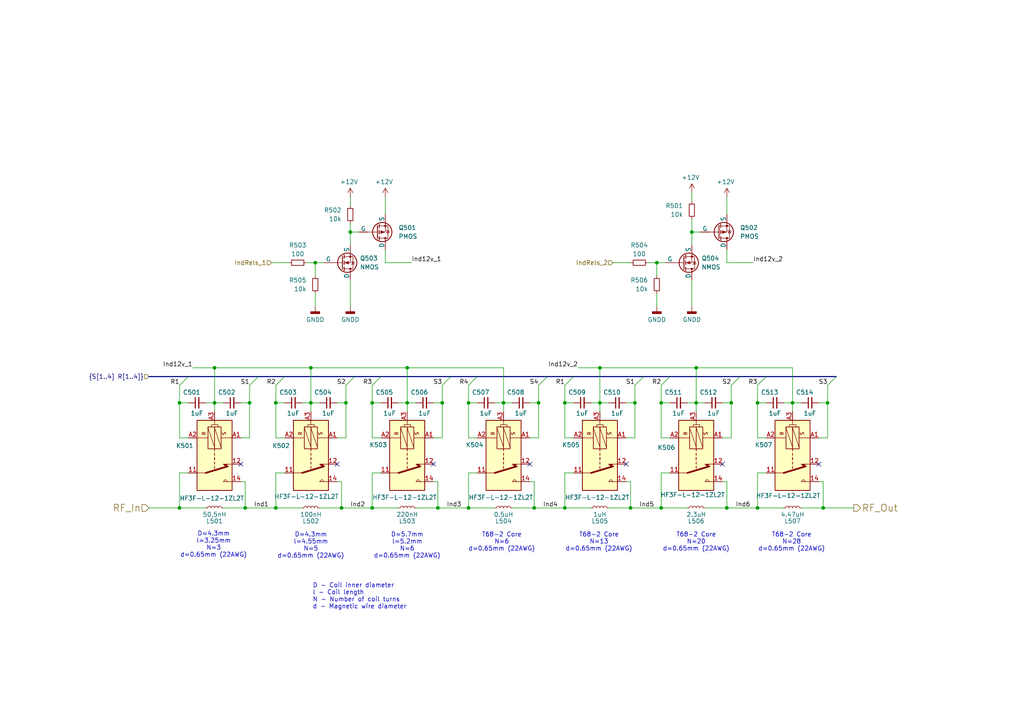
<source format=kicad_sch>
(kicad_sch (version 20231120) (generator "eeschema") (generator_version "8.0")
  (paper "A4")
  (title_block (title "Inductors Bank") (date "2024-04-23") (rev "A0") (company "TiZed"))
  (lib_symbols
    (symbol "Device:C_Small" (pin_numbers hide) (pin_names (offset 0.254) hide)
      (property "Reference" "C" (at 0.254 1.778 0))
      (property "Value" "C_Small" (at 0.254 -2.032 0))
      (symbol "C_Small_0_1"
        (polyline (pts (xy -1.524 -0.508) (xy 1.524 -0.508)) (stroke (width 0.3302)))
        (polyline (pts (xy -1.524 0.508) (xy 1.524 0.508)) (stroke (width 0.3048)))
      )
      (symbol "C_Small_1_1"
        (pin passive line (at 0 2.54 270) (length 2.032) (name "~") (number "1"))
        (pin passive line (at 0 -2.54 90) (length 2.032) (name "~") (number "2"))
      )
    )
    (symbol "Device:L_Small" (pin_numbers hide) (pin_names (offset 0.254) hide)
      (property "Reference" "L" (at 0.762 1.016 0))
      (property "Value" "L_Small" (at 0.762 -1.016 0))
      (symbol "L_Small_0_1"
        (arc (start 0 -2.032) (mid 0.5058 -1.524) (end 0 -1.016))
        (arc (start 0 -1.016) (mid 0.5058 -0.508) (end 0 0))
        (arc (start 0 0) (mid 0.5058 0.508) (end 0 1.016))
        (arc (start 0 1.016) (mid 0.5058 1.524) (end 0 2.032))
      )
      (symbol "L_Small_1_1"
        (pin passive line (at 0 2.54 270) (length 0.508) (name "~") (number "1"))
        (pin passive line (at 0 -2.54 90) (length 0.508) (name "~") (number "2"))
      )
    )
    (symbol "Device:R_Small" (pin_numbers hide) (pin_names (offset 0.254) hide)
      (property "Reference" "R" (at 0.762 0.508 0))
      (property "Value" "R_Small" (at 0.762 -1.016 0))
      (symbol "R_Small_0_1"
        (rectangle (start -0.762 1.778) (end 0.762 -1.778) (stroke (width 0.2032)))
      )
      (symbol "R_Small_1_1"
        (pin passive line (at 0 2.54 270) (length 0.762) (name "~") (number "1"))
        (pin passive line (at 0 -2.54 90) (length 0.762) (name "~") (number "2"))
      )
    )
    (symbol "Relay:Relay_SPDT_Latching_2coil"
      (property "Reference" "K" (at 11.43 4.318 0))
      (property "Value" "Relay_SPDT_Latching_2coil" (at 23.622 2.032 0))
      (symbol "Relay_SPDT_Latching_2coil_0_0"
        (text "R" (at -6.35 -3.048 0) (effects (font (size 1.016 1.016))))
        (text "S" (at -6.35 2.794 0) (effects (font (size 1.016 1.016))))
      )
      (symbol "Relay_SPDT_Latching_2coil_0_1"
        (rectangle (start -8.255 1.905) (end -1.905 -1.905) (stroke (width 0.2032)))
        (polyline (pts (xy -8.89 0) (xy -10.16 0)))
        (polyline (pts (xy -8.255 0) (xy -1.27 0)) (stroke (width 0.2032)))
        (polyline (pts (xy -8.001 -1.905) (xy -2.413 0)))
        (polyline (pts (xy -8.001 0) (xy -2.286 1.905)))
        (polyline (pts (xy -5.08 -5.08) (xy -5.08 -1.905)))
        (polyline (pts (xy -5.08 5.08) (xy -5.08 1.905)))
        (polyline (pts (xy -0.635 0) (xy 0 0)) (stroke (width 0.2032)))
        (polyline (pts (xy 0.635 0) (xy 1.27 0)) (stroke (width 0.2032)))
        (polyline (pts (xy 0.635 0) (xy 1.27 0)) (stroke (width 0.2032)))
        (polyline (pts (xy 1.905 0) (xy 2.54 0)) (stroke (width 0.2032)))
        (polyline (pts (xy 2.54 2.54) (xy 2.54 5.08)))
        (polyline (pts (xy 3.175 0) (xy 3.81 0)) (stroke (width 0.2032)))
        (polyline (pts (xy 5.08 -2.794) (xy 5.08 -5.334)))
        (polyline (pts (xy 5.08 -2.54) (xy 3.175 3.81)) (stroke (width 0.508)))
        (polyline (pts (xy 7.62 2.54) (xy 7.62 5.08)))
        (polyline (pts (xy 2.54 2.54) (xy 3.175 3.175) (xy 2.54 3.81)) (fill (type outline)))
        (polyline (pts (xy 7.62 2.54) (xy 6.985 3.175) (xy 7.62 3.81)))
        (polyline (pts (xy -8.255 1.016) (xy -8.89 1.016) (xy -8.89 -0.889) (xy -8.255 -0.889)))
      )
      (symbol "Relay_SPDT_Latching_2coil_1_1"
        (rectangle (start -10.16 5.08) (end 10.16 -5.08) (stroke (width 0.254)) (fill (type background)))
        (pin passive line (at 5.08 -7.62 90) (length 2.54) (name "~") (number "11"))
        (pin passive line (at 2.54 7.62 270) (length 2.54) (name "~") (number "12"))
        (pin passive line (at 7.62 7.62 270) (length 2.54) (name "~") (number "14"))
        (pin passive line (at -5.08 7.62 270) (length 2.54) (name "~") (number "A1"))
        (pin passive line (at -5.08 -7.62 90) (length 2.54) (name "~") (number "A2"))
        (pin passive line (at -12.7 0 0) (length 2.54) (name "~") (number "A3"))
      )
    )
    (symbol "Simulation_SPICE:NMOS" (pin_numbers hide) (pin_names (offset 0))
      (property "Reference" "Q" (at 5.08 1.27 0))
      (property "Value" "NMOS" (at 5.08 -1.27 0))
      (symbol "NMOS_0_1"
        (polyline (pts (xy 0.254 0) (xy -2.54 0)))
        (polyline (pts (xy 0.254 1.905) (xy 0.254 -1.905)) (stroke (width 0.254)))
        (polyline (pts (xy 0.762 -1.27) (xy 0.762 -2.286)) (stroke (width 0.254)))
        (polyline (pts (xy 0.762 0.508) (xy 0.762 -0.508)) (stroke (width 0.254)))
        (polyline (pts (xy 0.762 2.286) (xy 0.762 1.27)) (stroke (width 0.254)))
        (polyline (pts (xy 2.54 2.54) (xy 2.54 1.778)))
        (polyline (pts (xy 2.54 -2.54) (xy 2.54 0) (xy 0.762 0)))
        (polyline (pts (xy 0.762 -1.778) (xy 3.302 -1.778) (xy 3.302 1.778) (xy 0.762 1.778)))
        (polyline (pts (xy 1.016 0) (xy 2.032 0.381) (xy 2.032 -0.381) (xy 1.016 0)) (fill (type outline)))
        (polyline (pts (xy 2.794 0.508) (xy 2.921 0.381) (xy 3.683 0.381) (xy 3.81 0.254)))
        (polyline (pts (xy 3.302 0.381) (xy 2.921 -0.254) (xy 3.683 -0.254) (xy 3.302 0.381)))
        (circle (center 1.651 0) (radius 2.794) (stroke (width 0.254)))
        (circle (center 2.54 -1.778) (radius 0.254) (fill (type outline)))
        (circle (center 2.54 1.778) (radius 0.254) (fill (type outline)))
      )
      (symbol "NMOS_1_1"
        (pin passive line (at 2.54 5.08 270) (length 2.54) (name "D") (number "1"))
        (pin input line (at -5.08 0 0) (length 2.54) (name "G") (number "2"))
        (pin passive line (at 2.54 -5.08 90) (length 2.54) (name "S") (number "3"))
      )
    )
    (symbol "Simulation_SPICE:PMOS" (pin_numbers hide) (pin_names (offset 0))
      (property "Reference" "Q" (at 5.08 1.27 0))
      (property "Value" "PMOS" (at 5.08 -1.27 0))
      (symbol "PMOS_0_1"
        (polyline (pts (xy 0.254 0) (xy -2.54 0)))
        (polyline (pts (xy 0.254 1.905) (xy 0.254 -1.905)) (stroke (width 0.254)))
        (polyline (pts (xy 0.762 -1.27) (xy 0.762 -2.286)) (stroke (width 0.254)))
        (polyline (pts (xy 0.762 0.508) (xy 0.762 -0.508)) (stroke (width 0.254)))
        (polyline (pts (xy 0.762 2.286) (xy 0.762 1.27)) (stroke (width 0.254)))
        (polyline (pts (xy 2.54 2.54) (xy 2.54 1.778)))
        (polyline (pts (xy 2.54 -2.54) (xy 2.54 0) (xy 0.762 0)))
        (polyline (pts (xy 0.762 1.778) (xy 3.302 1.778) (xy 3.302 -1.778) (xy 0.762 -1.778)))
        (polyline (pts (xy 2.286 0) (xy 1.27 0.381) (xy 1.27 -0.381) (xy 2.286 0)) (fill (type outline)))
        (polyline (pts (xy 2.794 -0.508) (xy 2.921 -0.381) (xy 3.683 -0.381) (xy 3.81 -0.254)))
        (polyline (pts (xy 3.302 -0.381) (xy 2.921 0.254) (xy 3.683 0.254) (xy 3.302 -0.381)))
        (circle (center 1.651 0) (radius 2.794) (stroke (width 0.254)))
        (circle (center 2.54 -1.778) (radius 0.254) (fill (type outline)))
        (circle (center 2.54 1.778) (radius 0.254) (fill (type outline)))
      )
      (symbol "PMOS_1_1"
        (pin passive line (at 2.54 5.08 270) (length 2.54) (name "D") (number "1"))
        (pin input line (at -5.08 0 0) (length 2.54) (name "G") (number "2"))
        (pin passive line (at 2.54 -5.08 90) (length 2.54) (name "S") (number "3"))
      )
    )
    (symbol "power:+12V" (power) (pin_numbers hide) (pin_names (offset 0) hide)
      (property "Value" "+12V" (at 0 3.556 0))
      (symbol "+12V_0_1"
        (polyline (pts (xy -0.762 1.27) (xy 0 2.54)))
        (polyline (pts (xy 0 0) (xy 0 2.54)))
        (polyline (pts (xy 0 2.54) (xy 0.762 1.27)))
      )
      (symbol "+12V_1_1"
        (pin power_in line (at 0 0 90) (length 0) (name "~") (number "1"))
      )
    )
    (symbol "power:GNDD" (power) (pin_numbers hide) (pin_names (offset 0) hide)
      (property "Value" "GNDD" (at 0 -3.175 0))
      (symbol "GNDD_0_1"
        (rectangle (start -1.27 -1.524) (end 1.27 -2.032) (stroke (width 0.254)) (fill (type outline)))
        (polyline (pts (xy 0 0) (xy 0 -1.524)))
      )
      (symbol "GNDD_1_1"
        (pin power_in line (at 0 0 270) (length 0) (name "~") (number "1"))
      )
    )
  )
  (junction (at 156.21 116.84))
  (junction (at 101.6 67.31))
  (junction (at 99.06 147.32))
  (junction (at 62.23 116.84))
  (junction (at 100.33 116.84))
  (junction (at 80.01 147.32))
  (junction (at 229.87 116.84))
  (junction (at 240.03 116.84))
  (junction (at 163.83 147.32))
  (junction (at 52.07 116.84))
  (junction (at 135.89 116.84))
  (junction (at 91.44 76.2))
  (junction (at 210.82 147.32))
  (junction (at 90.17 106.68))
  (junction (at 182.88 147.32))
  (junction (at 219.71 147.32))
  (junction (at 200.66 67.31))
  (junction (at 173.99 116.84))
  (junction (at 90.17 116.84))
  (junction (at 163.83 116.84))
  (junction (at 80.01 116.84))
  (junction (at 212.09 116.84))
  (junction (at 118.11 116.84))
  (junction (at 201.93 106.68))
  (junction (at 184.15 116.84))
  (junction (at 107.95 147.32))
  (junction (at 146.05 116.84))
  (junction (at 173.99 106.68))
  (junction (at 190.5 76.2))
  (junction (at 118.11 106.68))
  (junction (at 135.89 147.32))
  (junction (at 127 147.32))
  (junction (at 238.76 147.32))
  (junction (at 72.39 116.84))
  (junction (at 62.23 106.68))
  (junction (at 219.71 116.84))
  (junction (at 154.94 147.32))
  (junction (at 71.12 147.32))
  (junction (at 52.07 147.32))
  (junction (at 191.77 147.32))
  (junction (at 191.77 116.84))
  (junction (at 107.95 116.84))
  (junction (at 201.93 116.84))
  (junction (at 128.27 116.84))
  (no_connect (at 69.85 134.62))
  (no_connect (at 209.55 134.62))
  (no_connect (at 125.73 134.62))
  (no_connect (at 97.79 134.62))
  (no_connect (at 153.67 134.62))
  (no_connect (at 237.49 134.62))
  (no_connect (at 181.61 134.62))
  (bus_entry (at 212.09 111.76) (size 2.54 -2.54))
  (bus_entry (at 100.33 111.76) (size 2.54 -2.54))
  (bus_entry (at 72.39 111.76) (size 2.54 -2.54))
  (bus_entry (at 191.77 111.76) (size 2.54 -2.54))
  (bus_entry (at 219.71 111.76) (size 2.54 -2.54))
  (bus_entry (at 80.01 111.76) (size 2.54 -2.54))
  (bus_entry (at 128.27 111.76) (size 2.54 -2.54))
  (bus_entry (at 184.15 111.76) (size 2.54 -2.54))
  (bus_entry (at 156.21 111.76) (size 2.54 -2.54))
  (bus_entry (at 107.95 111.76) (size 2.54 -2.54))
  (bus_entry (at 135.89 111.76) (size 2.54 -2.54))
  (bus_entry (at 163.83 111.76) (size 2.54 -2.54))
  (bus_entry (at 240.03 111.76) (size 2.54 -2.54))
  (bus_entry (at 52.07 111.76) (size 2.54 -2.54))
  (wire (pts (xy 210.82 57.15) (xy 210.82 62.23)))
  (wire (pts (xy 237.49 127) (xy 240.03 127)))
  (wire (pts (xy 71.12 139.7) (xy 71.12 147.32)))
  (bus (pts (xy 43.18 109.22) (xy 54.61 109.22)))
  (wire (pts (xy 190.5 76.2) (xy 187.96 76.2)))
  (wire (pts (xy 72.39 111.76) (xy 72.39 116.84)))
  (wire (pts (xy 163.83 147.32) (xy 171.45 147.32)))
  (wire (pts (xy 135.89 137.16) (xy 138.43 137.16)))
  (wire (pts (xy 118.11 116.84) (xy 120.65 116.84)))
  (bus (pts (xy 54.61 109.22) (xy 74.93 109.22)))
  (wire (pts (xy 238.76 147.32) (xy 238.76 139.7)))
  (wire (pts (xy 90.17 116.84) (xy 92.71 116.84)))
  (wire (pts (xy 191.77 137.16) (xy 191.77 147.32)))
  (wire (pts (xy 229.87 106.68) (xy 229.87 116.84)))
  (wire (pts (xy 173.99 106.68) (xy 201.93 106.68)))
  (wire (pts (xy 52.07 147.32) (xy 59.69 147.32)))
  (wire (pts (xy 153.67 116.84) (xy 156.21 116.84)))
  (wire (pts (xy 184.15 116.84) (xy 184.15 127)))
  (wire (pts (xy 219.71 147.32) (xy 227.33 147.32)))
  (bus (pts (xy 166.37 109.22) (xy 186.69 109.22)))
  (wire (pts (xy 191.77 147.32) (xy 199.39 147.32)))
  (wire (pts (xy 163.83 116.84) (xy 163.83 127)))
  (wire (pts (xy 135.89 111.76) (xy 135.89 116.84)))
  (wire (pts (xy 52.07 116.84) (xy 52.07 127)))
  (wire (pts (xy 91.44 85.09) (xy 91.44 88.9)))
  (wire (pts (xy 100.33 116.84) (xy 100.33 127)))
  (wire (pts (xy 128.27 111.76) (xy 128.27 116.84)))
  (wire (pts (xy 146.05 106.68) (xy 146.05 116.84)))
  (wire (pts (xy 154.94 147.32) (xy 163.83 147.32)))
  (wire (pts (xy 182.88 139.7) (xy 181.61 139.7)))
  (wire (pts (xy 90.17 116.84) (xy 90.17 119.38)))
  (wire (pts (xy 52.07 137.16) (xy 52.07 147.32)))
  (wire (pts (xy 111.76 57.15) (xy 111.76 62.23)))
  (wire (pts (xy 107.95 147.32) (xy 115.57 147.32)))
  (wire (pts (xy 107.95 127) (xy 110.49 127)))
  (wire (pts (xy 212.09 116.84) (xy 212.09 127)))
  (wire (pts (xy 229.87 116.84) (xy 229.87 119.38)))
  (wire (pts (xy 97.79 139.7) (xy 99.06 139.7)))
  (wire (pts (xy 173.99 106.68) (xy 173.99 116.84)))
  (wire (pts (xy 200.66 55.88) (xy 200.66 58.42)))
  (wire (pts (xy 62.23 116.84) (xy 62.23 119.38)))
  (bus (pts (xy 194.31 109.22) (xy 214.63 109.22)))
  (wire (pts (xy 210.82 139.7) (xy 209.55 139.7)))
  (wire (pts (xy 148.59 147.32) (xy 154.94 147.32)))
  (wire (pts (xy 90.17 106.68) (xy 118.11 106.68)))
  (wire (pts (xy 118.11 116.84) (xy 118.11 119.38)))
  (wire (pts (xy 201.93 116.84) (xy 201.93 119.38)))
  (wire (pts (xy 127 147.32) (xy 135.89 147.32)))
  (wire (pts (xy 80.01 116.84) (xy 82.55 116.84)))
  (bus (pts (xy 214.63 109.22) (xy 222.25 109.22)))
  (wire (pts (xy 135.89 127) (xy 138.43 127)))
  (wire (pts (xy 135.89 147.32) (xy 135.89 137.16)))
  (wire (pts (xy 171.45 116.84) (xy 173.99 116.84)))
  (wire (pts (xy 240.03 111.76) (xy 240.03 116.84)))
  (wire (pts (xy 101.6 64.77) (xy 101.6 67.31)))
  (wire (pts (xy 240.03 116.84) (xy 240.03 127)))
  (bus (pts (xy 102.87 109.22) (xy 110.49 109.22)))
  (wire (pts (xy 135.89 116.84) (xy 138.43 116.84)))
  (wire (pts (xy 210.82 147.32) (xy 210.82 139.7)))
  (wire (pts (xy 107.95 116.84) (xy 107.95 127)))
  (wire (pts (xy 210.82 76.2) (xy 210.82 72.39)))
  (wire (pts (xy 52.07 127) (xy 54.61 127)))
  (wire (pts (xy 135.89 147.32) (xy 143.51 147.32)))
  (wire (pts (xy 173.99 116.84) (xy 176.53 116.84)))
  (wire (pts (xy 156.21 116.84) (xy 156.21 127)))
  (wire (pts (xy 153.67 139.7) (xy 154.94 139.7)))
  (wire (pts (xy 200.66 81.28) (xy 200.66 88.9)))
  (wire (pts (xy 80.01 127) (xy 82.55 127)))
  (bus (pts (xy 158.75 109.22) (xy 166.37 109.22)))
  (wire (pts (xy 219.71 127) (xy 222.25 127)))
  (wire (pts (xy 107.95 137.16) (xy 110.49 137.16)))
  (wire (pts (xy 184.15 111.76) (xy 184.15 116.84)))
  (wire (pts (xy 120.65 147.32) (xy 127 147.32)))
  (wire (pts (xy 163.83 147.32) (xy 163.83 137.16)))
  (wire (pts (xy 62.23 106.68) (xy 55.88 106.68)))
  (wire (pts (xy 91.44 76.2) (xy 88.9 76.2)))
  (wire (pts (xy 71.12 139.7) (xy 69.85 139.7)))
  (wire (pts (xy 118.11 106.68) (xy 118.11 116.84)))
  (wire (pts (xy 222.25 116.84) (xy 219.71 116.84)))
  (wire (pts (xy 101.6 67.31) (xy 101.6 71.12)))
  (wire (pts (xy 203.2 67.31) (xy 200.66 67.31)))
  (wire (pts (xy 182.88 147.32) (xy 182.88 139.7)))
  (wire (pts (xy 62.23 106.68) (xy 90.17 106.68)))
  (wire (pts (xy 154.94 147.32) (xy 154.94 139.7)))
  (wire (pts (xy 127 139.7) (xy 125.73 139.7)))
  (wire (pts (xy 163.83 111.76) (xy 163.83 116.84)))
  (wire (pts (xy 104.14 67.31) (xy 101.6 67.31)))
  (wire (pts (xy 83.82 76.2) (xy 78.74 76.2)))
  (wire (pts (xy 238.76 147.32) (xy 247.65 147.32)))
  (wire (pts (xy 219.71 111.76) (xy 219.71 116.84)))
  (wire (pts (xy 99.06 147.32) (xy 99.06 139.7)))
  (wire (pts (xy 201.93 106.68) (xy 201.93 116.84)))
  (wire (pts (xy 91.44 76.2) (xy 91.44 80.01)))
  (wire (pts (xy 135.89 116.84) (xy 135.89 127)))
  (wire (pts (xy 204.47 147.32) (xy 210.82 147.32)))
  (wire (pts (xy 143.51 116.84) (xy 146.05 116.84)))
  (wire (pts (xy 72.39 116.84) (xy 72.39 127)))
  (bus (pts (xy 130.81 109.22) (xy 138.43 109.22)))
  (wire (pts (xy 119.38 76.2) (xy 111.76 76.2)))
  (wire (pts (xy 181.61 127) (xy 184.15 127)))
  (wire (pts (xy 101.6 81.28) (xy 101.6 88.9)))
  (wire (pts (xy 212.09 111.76) (xy 212.09 116.84)))
  (bus (pts (xy 138.43 109.22) (xy 158.75 109.22)))
  (wire (pts (xy 146.05 116.84) (xy 146.05 119.38)))
  (wire (pts (xy 163.83 137.16) (xy 166.37 137.16)))
  (wire (pts (xy 191.77 116.84) (xy 191.77 127)))
  (wire (pts (xy 219.71 116.84) (xy 219.71 127)))
  (wire (pts (xy 190.5 85.09) (xy 190.5 88.9)))
  (wire (pts (xy 176.53 147.32) (xy 182.88 147.32)))
  (wire (pts (xy 127 147.32) (xy 127 139.7)))
  (wire (pts (xy 194.31 137.16) (xy 191.77 137.16)))
  (bus (pts (xy 74.93 109.22) (xy 82.55 109.22)))
  (wire (pts (xy 80.01 137.16) (xy 82.55 137.16)))
  (wire (pts (xy 115.57 116.84) (xy 118.11 116.84)))
  (wire (pts (xy 107.95 116.84) (xy 110.49 116.84)))
  (wire (pts (xy 193.04 76.2) (xy 190.5 76.2)))
  (wire (pts (xy 107.95 147.32) (xy 107.95 137.16)))
  (wire (pts (xy 118.11 106.68) (xy 146.05 106.68)))
  (wire (pts (xy 218.44 76.2) (xy 210.82 76.2)))
  (wire (pts (xy 125.73 127) (xy 128.27 127)))
  (wire (pts (xy 182.88 147.32) (xy 191.77 147.32)))
  (wire (pts (xy 163.83 127) (xy 166.37 127)))
  (wire (pts (xy 181.61 116.84) (xy 184.15 116.84)))
  (bus (pts (xy 222.25 109.22) (xy 242.57 109.22)))
  (wire (pts (xy 43.18 147.32) (xy 52.07 147.32)))
  (wire (pts (xy 229.87 116.84) (xy 232.41 116.84)))
  (wire (pts (xy 100.33 111.76) (xy 100.33 116.84)))
  (wire (pts (xy 80.01 116.84) (xy 80.01 127)))
  (wire (pts (xy 54.61 137.16) (xy 52.07 137.16)))
  (wire (pts (xy 97.79 127) (xy 100.33 127)))
  (wire (pts (xy 238.76 139.7) (xy 237.49 139.7)))
  (wire (pts (xy 209.55 127) (xy 212.09 127)))
  (wire (pts (xy 93.98 76.2) (xy 91.44 76.2)))
  (wire (pts (xy 167.64 106.68) (xy 173.99 106.68)))
  (wire (pts (xy 80.01 147.32) (xy 80.01 137.16)))
  (wire (pts (xy 191.77 127) (xy 194.31 127)))
  (wire (pts (xy 232.41 147.32) (xy 238.76 147.32)))
  (wire (pts (xy 153.67 127) (xy 156.21 127)))
  (wire (pts (xy 64.77 147.32) (xy 71.12 147.32)))
  (bus (pts (xy 186.69 109.22) (xy 194.31 109.22)))
  (wire (pts (xy 59.69 116.84) (xy 62.23 116.84)))
  (wire (pts (xy 97.79 116.84) (xy 100.33 116.84)))
  (bus (pts (xy 110.49 109.22) (xy 130.81 109.22)))
  (wire (pts (xy 200.66 63.5) (xy 200.66 67.31)))
  (wire (pts (xy 101.6 57.15) (xy 101.6 59.69)))
  (wire (pts (xy 90.17 106.68) (xy 90.17 116.84)))
  (wire (pts (xy 191.77 116.84) (xy 194.31 116.84)))
  (wire (pts (xy 111.76 76.2) (xy 111.76 72.39)))
  (wire (pts (xy 219.71 137.16) (xy 219.71 147.32)))
  (wire (pts (xy 62.23 106.68) (xy 62.23 116.84)))
  (wire (pts (xy 191.77 111.76) (xy 191.77 116.84)))
  (wire (pts (xy 80.01 111.76) (xy 80.01 116.84)))
  (wire (pts (xy 173.99 116.84) (xy 173.99 119.38)))
  (wire (pts (xy 156.21 111.76) (xy 156.21 116.84)))
  (wire (pts (xy 201.93 116.84) (xy 204.47 116.84)))
  (wire (pts (xy 163.83 116.84) (xy 166.37 116.84)))
  (wire (pts (xy 199.39 116.84) (xy 201.93 116.84)))
  (wire (pts (xy 200.66 67.31) (xy 200.66 71.12)))
  (wire (pts (xy 107.95 111.76) (xy 107.95 116.84)))
  (wire (pts (xy 209.55 116.84) (xy 212.09 116.84)))
  (wire (pts (xy 146.05 116.84) (xy 148.59 116.84)))
  (wire (pts (xy 52.07 116.84) (xy 54.61 116.84)))
  (wire (pts (xy 182.88 76.2) (xy 177.8 76.2)))
  (wire (pts (xy 71.12 147.32) (xy 80.01 147.32)))
  (wire (pts (xy 69.85 127) (xy 72.39 127)))
  (bus (pts (xy 82.55 109.22) (xy 102.87 109.22)))
  (wire (pts (xy 125.73 116.84) (xy 128.27 116.84)))
  (wire (pts (xy 69.85 116.84) (xy 72.39 116.84)))
  (wire (pts (xy 99.06 147.32) (xy 107.95 147.32)))
  (wire (pts (xy 222.25 137.16) (xy 219.71 137.16)))
  (wire (pts (xy 52.07 111.76) (xy 52.07 116.84)))
  (wire (pts (xy 87.63 116.84) (xy 90.17 116.84)))
  (wire (pts (xy 210.82 147.32) (xy 219.71 147.32)))
  (wire (pts (xy 237.49 116.84) (xy 240.03 116.84)))
  (wire (pts (xy 80.01 147.32) (xy 87.63 147.32)))
  (wire (pts (xy 128.27 116.84) (xy 128.27 127)))
  (wire (pts (xy 92.71 147.32) (xy 99.06 147.32)))
  (wire (pts (xy 190.5 76.2) (xy 190.5 80.01)))
  (wire (pts (xy 201.93 106.68) (xy 229.87 106.68)))
  (wire (pts (xy 227.33 116.84) (xy 229.87 116.84)))
  (wire (pts (xy 62.23 116.84) (xy 64.77 116.84)))
  (text "D=5.7mm\nl=5.2mm\nN=6\nd=0.65mm (22AWG)" (at 118.11 158.242 0) (effects (font (size 1.27 1.27))))
  (text "D=4.3mm\nl=4.55mm\nN=5\nd=0.65mm (22AWG)" (at 90.17 158.242 0) (effects (font (size 1.27 1.27))))
  (text "D=4.3mm\nl=3.25mm\nN=3\nd=0.65mm (22AWG)" (at 61.976 157.988 0) (effects (font (size 1.27 1.27))))
  (text "T68-2 Core\nN=6\nd=0.65mm (22AWG)" (at 145.542 157.226 0) (effects (font (size 1.27 1.27))))
  (text "D - Coil inner diameter\nl - Coil length\nN - Number of coil turns\nd - Magnetic wire diameter" (at 90.678 172.974 0) (effects (font (size 1.27 1.27)) (justify left)))
  (text "T68-2 Core\nN=28\nd=0.65mm (22AWG)" (at 229.616 157.226 0) (effects (font (size 1.27 1.27))))
  (text "T68-2 Core\nN=20\nd=0.65mm (22AWG)" (at 201.93 157.226 0) (effects (font (size 1.27 1.27))))
  (text "T68-2 Core\nN=13\nd=0.65mm (22AWG)" (at 173.736 157.226 0) (effects (font (size 1.27 1.27))))
  (label "S2" (at 212.09 111.76 180))
  (label "R1" (at 52.07 111.76 180))
  (label "Ind12v_2" (at 218.44 76.2 0))
  (label "Ind5" (at 185.42 147.32 0))
  (label "Ind1" (at 73.66 147.32 0))
  (label "R1" (at 163.83 111.76 180))
  (label "R2" (at 80.01 111.76 180))
  (label "Ind6" (at 213.36 147.32 0))
  (label "Ind2" (at 101.6 147.32 0))
  (label "Ind4" (at 157.48 147.32 0))
  (label "S4" (at 156.21 111.76 180))
  (label "Ind3" (at 129.54 147.32 0))
  (label "Ind12v_1" (at 119.38 76.2 0))
  (label "R2" (at 191.77 111.76 180))
  (label "S3" (at 128.27 111.76 180))
  (label "S1" (at 184.15 111.76 180))
  (label "R3" (at 219.71 111.76 180))
  (label "Ind12v_1" (at 55.88 106.68 180))
  (label "S3" (at 240.03 111.76 180))
  (label "R4" (at 135.89 111.76 180))
  (label "S2" (at 100.33 111.76 180))
  (label "S1" (at 72.39 111.76 180))
  (label "Ind12v_2" (at 167.64 106.68 180))
  (label "R3" (at 107.95 111.76 180))
  (hierarchical_label "{S[1..4] R[1..4]}" (shape input) (at 43.18 109.22 180))
  (hierarchical_label "IndRels_2" (shape input) (at 177.8 76.2 180))
  (hierarchical_label "RF_In" (shape input) (at 43.18 147.32 180) (effects (font (size 2.0066 2.0066))))
  (hierarchical_label "IndRels_1" (shape input) (at 78.74 76.2 180))
  (hierarchical_label "RF_Out" (shape output) (at 247.65 147.32 0) (effects (font (size 2.0066 2.0066))))
  (symbol (lib_id "power:GNDD") (at 91.44 88.9 0) (mirror y) (unit 1)
    (property "Reference" "#PWR0505" (effects (hide yes)))
    (property "Value" "GNDD" (at 91.44 92.71 0))
    (property "Description" "Power symbol creates a global label with name \"GNDD\" , digital ground" (effects (hide yes)))
  )
  (symbol (lib_id "Relay:Relay_SPDT_Latching_2coil") (at 62.23 132.08 270) (unit 1)
    (property "Reference" "K501" (at 53.594 129.286 90))
    (property "Value" "HF3F-L-12-1ZL2T" (at 61.468 144.526 90))
    (property "Footprint" "Relay_THT:Relay_SPDT_Hongfa_HF3F-L-xx-1ZL2T" (effects (hide yes)))
    (property "Description" "Relay SPDT, Bistable, 2-coil" (effects (hide yes)))
  )
  (symbol (lib_id "Device:L_Small") (at 229.87 147.32 90) (unit 1)
    (property "Reference" "L507" (at 229.87 151.13 90))
    (property "Value" "4.47uH" (at 229.87 149.225 90))
    (property "Footprint" "ZFTuner_Lib:Toroid_Vertical_L19.5mm_W8.0mm_P7.5mm" (effects (hide yes)))
  )
  (symbol (lib_id "Device:C_Small") (at 234.95 116.84 90) (unit 1)
    (property "Reference" "C514" (at 235.966 113.792 90) (effects (justify left)))
    (property "Value" "1uF" (at 236.728 119.888 90) (effects (justify left)))
    (property "Footprint" "Capacitor_SMD:C_0603_1608Metric" (effects (hide yes)))
  )
  (symbol (lib_id "Device:C_Small") (at 113.03 116.84 90) (unit 1)
    (property "Reference" "C505" (at 114.046 113.792 90) (effects (justify left)))
    (property "Value" "1uF" (at 114.808 119.888 90) (effects (justify left)))
    (property "Footprint" "Capacitor_SMD:C_0603_1608Metric" (effects (hide yes)))
  )
  (symbol (lib_id "Device:C_Small") (at 67.31 116.84 90) (unit 1)
    (property "Reference" "C502" (at 68.326 113.792 90) (effects (justify left)))
    (property "Value" "1uF" (at 69.088 119.888 90) (effects (justify left)))
    (property "Footprint" "Capacitor_SMD:C_0603_1608Metric" (effects (hide yes)))
  )
  (symbol (lib_id "power:GNDD") (at 200.66 88.9 0) (mirror y) (unit 1)
    (property "Reference" "#PWR0508" (effects (hide yes)))
    (property "Value" "GNDD" (at 200.66 92.71 0))
    (property "Description" "Power symbol creates a global label with name \"GNDD\" , digital ground" (effects (hide yes)))
  )
  (symbol (lib_id "Device:C_Small") (at 151.13 116.84 90) (unit 1)
    (property "Reference" "C508" (at 152.146 113.792 90) (effects (justify left)))
    (property "Value" "1uF" (at 152.908 119.888 90) (effects (justify left)))
    (property "Footprint" "Capacitor_SMD:C_0603_1608Metric" (effects (hide yes)))
  )
  (symbol (lib_id "power:GNDD") (at 190.5 88.9 0) (mirror y) (unit 1)
    (property "Reference" "#PWR0507" (effects (hide yes)))
    (property "Value" "GNDD" (at 190.5 92.71 0))
    (property "Description" "Power symbol creates a global label with name \"GNDD\" , digital ground" (effects (hide yes)))
  )
  (symbol (lib_id "Device:C_Small") (at 123.19 116.84 90) (unit 1)
    (property "Reference" "C506" (at 124.206 113.792 90) (effects (justify left)))
    (property "Value" "1uF" (at 124.968 119.888 90) (effects (justify left)))
    (property "Footprint" "Capacitor_SMD:C_0603_1608Metric" (effects (hide yes)))
  )
  (symbol (lib_id "power:+12V") (at 101.6 57.15 0) (mirror y) (unit 1)
    (property "Reference" "#PWR0502" (effects (hide yes)))
    (property "Value" "+12V" (at 101.219 52.7558 0))
    (property "Description" "Power symbol creates a global label with name \"+12V\"" (effects (hide yes)))
  )
  (symbol (lib_id "Simulation_SPICE:NMOS") (at 198.12 76.2 0) (mirror x) (unit 1)
    (property "Reference" "Q504" (at 203.454 74.9299 0) (effects (justify left)))
    (property "Value" "NMOS" (at 203.454 77.4699 0) (effects (justify left)))
    (property "Footprint" "Package_TO_SOT_SMD:SOT-23" (effects (hide yes)))
    (property "Datasheet" "https://ngspice.sourceforge.io/docs/ngspice-html-manual/manual.xhtml#cha_MOSFETs" (effects (hide yes)))
    (property "Description" "N-MOSFET transistor, drain/source/gate" (effects (hide yes)))
    (property "Sim.Device" "NMOS" (effects (hide yes)))
    (property "Sim.Type" "VDMOS" (effects (hide yes)))
    (property "Sim.Pins" "1=D 2=G 3=S" (effects (hide yes)))
  )
  (symbol (lib_id "Device:L_Small") (at 201.93 147.32 90) (unit 1)
    (property "Reference" "L506" (at 201.93 151.13 90))
    (property "Value" "2.3uH" (at 201.93 149.225 90))
    (property "Footprint" "ZFTuner_Lib:Toroid_Vertical_L19.5mm_W8.0mm_P7.5mm" (effects (hide yes)))
  )
  (symbol (lib_id "Device:L_Small") (at 118.11 147.32 90) (unit 1)
    (property "Reference" "L503" (at 118.11 151.13 90))
    (property "Value" "220nH" (at 118.11 149.225 90))
    (property "Footprint" "ZFTuner_Lib:Inductor_3DP_N6_L7.36mm_W7.7mm_P4.59mm" (effects (hide yes)))
  )
  (symbol (lib_id "Relay:Relay_SPDT_Latching_2coil") (at 90.17 132.08 270) (unit 1)
    (property "Reference" "K502" (at 81.534 129.286 90))
    (property "Value" "HF3F-L-12-1ZL2T" (at 88.9 144.018 90))
    (property "Footprint" "Relay_THT:Relay_SPDT_Hongfa_HF3F-L-xx-1ZL2T" (effects (hide yes)))
    (property "Description" "Relay SPDT, Bistable, 2-coil" (effects (hide yes)))
  )
  (symbol (lib_id "Device:L_Small") (at 90.17 147.32 90) (unit 1)
    (property "Reference" "L502" (at 90.17 151.13 90))
    (property "Value" "100nH" (at 90.17 149.225 90))
    (property "Footprint" "ZFTuner_Lib:Inductor_3DP_N5_L6.69mm_W6.3mm_P3.92mm" (effects (hide yes)))
  )
  (symbol (lib_id "Device:L_Small") (at 173.99 147.32 90) (unit 1)
    (property "Reference" "L505" (at 173.99 151.13 90))
    (property "Value" "1uH" (at 173.99 149.225 90))
    (property "Footprint" "ZFTuner_Lib:Toroid_Vertical_L19.5mm_W8.0mm_P7.5mm" (effects (hide yes)))
  )
  (symbol (lib_id "Relay:Relay_SPDT_Latching_2coil") (at 146.05 132.08 270) (unit 1)
    (property "Reference" "K504" (at 137.668 129.032 90))
    (property "Value" "HF3F-L-12-1ZL2T" (at 145.288 144.272 90))
    (property "Footprint" "Relay_THT:Relay_SPDT_Hongfa_HF3F-L-xx-1ZL2T" (effects (hide yes)))
    (property "Description" "Relay SPDT, Bistable, 2-coil" (effects (hide yes)))
  )
  (symbol (lib_id "Relay:Relay_SPDT_Latching_2coil") (at 229.87 132.08 270) (unit 1)
    (property "Reference" "K507" (at 221.488 129.032 90))
    (property "Value" "HF3F-L-12-1ZL2T" (at 228.6 143.764 90))
    (property "Footprint" "Relay_THT:Relay_SPDT_Hongfa_HF3F-L-xx-1ZL2T" (effects (hide yes)))
    (property "Description" "Relay SPDT, Bistable, 2-coil" (effects (hide yes)))
  )
  (symbol (lib_id "Device:R_Small") (at 190.5 82.55 0) (mirror x) (unit 1)
    (property "Reference" "R506" (at 187.96 81.2799 0) (effects (justify right)))
    (property "Value" "10k" (at 187.96 83.8199 0) (effects (justify right)))
    (property "Footprint" "Resistor_SMD:R_0603_1608Metric" (effects (hide yes)))
    (property "Description" "Resistor, small symbol" (effects (hide yes)))
  )
  (symbol (lib_id "Device:R_Small") (at 200.66 60.96 0) (mirror x) (unit 1)
    (property "Reference" "R501" (at 198.12 59.6899 0) (effects (justify right)))
    (property "Value" "10k" (at 198.12 62.2299 0) (effects (justify right)))
    (property "Footprint" "Resistor_SMD:R_0603_1608Metric" (effects (hide yes)))
    (property "Description" "Resistor, small symbol" (effects (hide yes)))
  )
  (symbol (lib_id "Relay:Relay_SPDT_Latching_2coil") (at 173.99 132.08 270) (unit 1)
    (property "Reference" "K505" (at 165.608 129.032 90))
    (property "Value" "HF3F-L-12-1ZL2T" (at 173.228 144.272 90))
    (property "Footprint" "Relay_THT:Relay_SPDT_Hongfa_HF3F-L-xx-1ZL2T" (effects (hide yes)))
    (property "Description" "Relay SPDT, Bistable, 2-coil" (effects (hide yes)))
  )
  (symbol (lib_id "power:+12V") (at 111.76 57.15 0) (mirror y) (unit 1)
    (property "Reference" "#PWR0503" (effects (hide yes)))
    (property "Value" "+12V" (at 111.379 52.7558 0))
    (property "Description" "Power symbol creates a global label with name \"+12V\"" (effects (hide yes)))
  )
  (symbol (lib_id "Device:L_Small") (at 62.23 147.32 90) (unit 1)
    (property "Reference" "L501" (at 62.23 151.13 90))
    (property "Value" "50.5nH" (at 62.23 149.225 90))
    (property "Footprint" "ZFTuner_Lib:Inductor_3DP_N3_L5.35mm_W6.3mm_P2.58mm" (effects (hide yes)))
  )
  (symbol (lib_id "Device:C_Small") (at 140.97 116.84 90) (unit 1)
    (property "Reference" "C507" (at 141.986 113.792 90) (effects (justify left)))
    (property "Value" "1uF" (at 142.748 119.888 90) (effects (justify left)))
    (property "Footprint" "Capacitor_SMD:C_0603_1608Metric" (effects (hide yes)))
  )
  (symbol (lib_id "Device:C_Small") (at 85.09 116.84 90) (unit 1)
    (property "Reference" "C503" (at 86.106 113.792 90) (effects (justify left)))
    (property "Value" "1uF" (at 86.868 119.888 90) (effects (justify left)))
    (property "Footprint" "Capacitor_SMD:C_0603_1608Metric" (effects (hide yes)))
  )
  (symbol (lib_id "power:+12V") (at 200.66 55.88 0) (mirror y) (unit 1)
    (property "Reference" "#PWR0501" (effects (hide yes)))
    (property "Value" "+12V" (at 200.279 51.4858 0))
    (property "Description" "Power symbol creates a global label with name \"+12V\"" (effects (hide yes)))
  )
  (symbol (lib_id "Device:C_Small") (at 168.91 116.84 90) (unit 1)
    (property "Reference" "C509" (at 169.926 113.792 90) (effects (justify left)))
    (property "Value" "1uF" (at 170.688 119.888 90) (effects (justify left)))
    (property "Footprint" "Capacitor_SMD:C_0603_1608Metric" (effects (hide yes)))
  )
  (symbol (lib_id "Simulation_SPICE:PMOS") (at 208.28 67.31 0) (mirror x) (unit 1)
    (property "Reference" "Q502" (at 214.63 66.0399 0) (effects (justify left)))
    (property "Value" "PMOS" (at 214.63 68.5799 0) (effects (justify left)))
    (property "Footprint" "Package_TO_SOT_SMD:SOT-23" (effects (hide yes)))
    (property "Datasheet" "https://ngspice.sourceforge.io/docs/ngspice-html-manual/manual.xhtml#cha_MOSFETs" (effects (hide yes)))
    (property "Description" "P-MOSFET transistor, drain/source/gate" (effects (hide yes)))
    (property "Sim.Device" "PMOS" (effects (hide yes)))
    (property "Sim.Type" "VDMOS" (effects (hide yes)))
    (property "Sim.Pins" "1=D 2=G 3=S" (effects (hide yes)))
  )
  (symbol (lib_id "Relay:Relay_SPDT_Latching_2coil") (at 201.93 132.08 270) (unit 1)
    (property "Reference" "K506" (at 193.294 129.794 90))
    (property "Value" "HF3F-L-12-1ZL2T" (at 200.914 143.51 90))
    (property "Footprint" "Relay_THT:Relay_SPDT_Hongfa_HF3F-L-xx-1ZL2T" (effects (hide yes)))
    (property "Description" "Relay SPDT, Bistable, 2-coil" (effects (hide yes)))
  )
  (symbol (lib_id "Simulation_SPICE:PMOS") (at 109.22 67.31 0) (mirror x) (unit 1)
    (property "Reference" "Q501" (at 115.57 66.0399 0) (effects (justify left)))
    (property "Value" "PMOS" (at 115.57 68.5799 0) (effects (justify left)))
    (property "Footprint" "Package_TO_SOT_SMD:SOT-23" (effects (hide yes)))
    (property "Datasheet" "https://ngspice.sourceforge.io/docs/ngspice-html-manual/manual.xhtml#cha_MOSFETs" (effects (hide yes)))
    (property "Description" "P-MOSFET transistor, drain/source/gate" (effects (hide yes)))
    (property "Sim.Device" "PMOS" (effects (hide yes)))
    (property "Sim.Type" "VDMOS" (effects (hide yes)))
    (property "Sim.Pins" "1=D 2=G 3=S" (effects (hide yes)))
  )
  (symbol (lib_id "Device:C_Small") (at 224.79 116.84 90) (unit 1)
    (property "Reference" "C513" (at 225.806 113.792 90) (effects (justify left)))
    (property "Value" "1uF" (at 226.568 119.888 90) (effects (justify left)))
    (property "Footprint" "Capacitor_SMD:C_0603_1608Metric" (effects (hide yes)))
  )
  (symbol (lib_id "Device:R_Small") (at 86.36 76.2 270) (mirror x) (unit 1)
    (property "Reference" "R503" (at 86.36 71.12 90))
    (property "Value" "100" (at 86.36 73.66 90))
    (property "Footprint" "Resistor_SMD:R_0603_1608Metric" (effects (hide yes)))
    (property "Description" "Resistor, small symbol" (effects (hide yes)))
  )
  (symbol (lib_id "Device:C_Small") (at 207.01 116.84 90) (unit 1)
    (property "Reference" "C512" (at 208.026 113.792 90) (effects (justify left)))
    (property "Value" "1uF" (at 208.788 119.888 90) (effects (justify left)))
    (property "Footprint" "Capacitor_SMD:C_0603_1608Metric" (effects (hide yes)))
  )
  (symbol (lib_id "Device:C_Small") (at 57.15 116.84 90) (unit 1)
    (property "Reference" "C501" (at 58.166 113.792 90) (effects (justify left)))
    (property "Value" "1uF" (at 58.928 119.888 90) (effects (justify left)))
    (property "Footprint" "Capacitor_SMD:C_0603_1608Metric" (effects (hide yes)))
  )
  (symbol (lib_id "power:GNDD") (at 101.6 88.9 0) (mirror y) (unit 1)
    (property "Reference" "#PWR0506" (effects (hide yes)))
    (property "Value" "GNDD" (at 101.6 92.71 0))
    (property "Description" "Power symbol creates a global label with name \"GNDD\" , digital ground" (effects (hide yes)))
  )
  (symbol (lib_id "Device:C_Small") (at 179.07 116.84 90) (unit 1)
    (property "Reference" "C510" (at 180.086 113.792 90) (effects (justify left)))
    (property "Value" "1uF" (at 180.848 119.888 90) (effects (justify left)))
    (property "Footprint" "Capacitor_SMD:C_0603_1608Metric" (effects (hide yes)))
  )
  (symbol (lib_id "Device:C_Small") (at 95.25 116.84 90) (unit 1)
    (property "Reference" "C504" (at 96.266 113.792 90) (effects (justify left)))
    (property "Value" "1uF" (at 97.028 119.888 90) (effects (justify left)))
    (property "Footprint" "Capacitor_SMD:C_0603_1608Metric" (effects (hide yes)))
  )
  (symbol (lib_id "Device:R_Small") (at 101.6 62.23 0) (mirror x) (unit 1)
    (property "Reference" "R502" (at 99.06 60.9599 0) (effects (justify right)))
    (property "Value" "10k" (at 99.06 63.4999 0) (effects (justify right)))
    (property "Footprint" "Resistor_SMD:R_0603_1608Metric" (effects (hide yes)))
    (property "Description" "Resistor, small symbol" (effects (hide yes)))
  )
  (symbol (lib_id "Device:R_Small") (at 185.42 76.2 270) (mirror x) (unit 1)
    (property "Reference" "R504" (at 185.42 71.12 90))
    (property "Value" "100" (at 185.42 73.66 90))
    (property "Footprint" "Resistor_SMD:R_0603_1608Metric" (effects (hide yes)))
    (property "Description" "Resistor, small symbol" (effects (hide yes)))
  )
  (symbol (lib_id "Device:R_Small") (at 91.44 82.55 0) (mirror x) (unit 1)
    (property "Reference" "R505" (at 88.9 81.2799 0) (effects (justify right)))
    (property "Value" "10k" (at 88.9 83.8199 0) (effects (justify right)))
    (property "Footprint" "Resistor_SMD:R_0603_1608Metric" (effects (hide yes)))
    (property "Description" "Resistor, small symbol" (effects (hide yes)))
  )
  (symbol (lib_id "Device:C_Small") (at 196.85 116.84 90) (unit 1)
    (property "Reference" "C511" (at 197.866 113.792 90) (effects (justify left)))
    (property "Value" "1uF" (at 198.628 119.888 90) (effects (justify left)))
    (property "Footprint" "Capacitor_SMD:C_0603_1608Metric" (effects (hide yes)))
  )
  (symbol (lib_id "power:+12V") (at 210.82 57.15 0) (mirror y) (unit 1)
    (property "Reference" "#PWR0504" (effects (hide yes)))
    (property "Value" "+12V" (at 210.439 52.7558 0))
    (property "Description" "Power symbol creates a global label with name \"+12V\"" (effects (hide yes)))
  )
  (symbol (lib_id "Relay:Relay_SPDT_Latching_2coil") (at 118.11 132.08 270) (unit 1)
    (property "Reference" "K503" (at 109.728 129.032 90))
    (property "Value" "HF3F-L-12-1ZL2T" (at 117.348 144.272 90))
    (property "Footprint" "Relay_THT:Relay_SPDT_Hongfa_HF3F-L-xx-1ZL2T" (effects (hide yes)))
    (property "Description" "Relay SPDT, Bistable, 2-coil" (effects (hide yes)))
  )
  (symbol (lib_id "Device:L_Small") (at 146.05 147.32 90) (unit 1)
    (property "Reference" "L504" (at 146.05 151.13 90))
    (property "Value" "0.5uH" (at 146.05 149.225 90))
    (property "Footprint" "ZFTuner_Lib:Toroid_Vertical_L19.5mm_W8.0mm_P7.5mm" (effects (hide yes)))
  )
  (symbol (lib_id "Simulation_SPICE:NMOS") (at 99.06 76.2 0) (mirror x) (unit 1)
    (property "Reference" "Q503" (at 104.394 74.9299 0) (effects (justify left)))
    (property "Value" "NMOS" (at 104.394 77.4699 0) (effects (justify left)))
    (property "Footprint" "Package_TO_SOT_SMD:SOT-23" (effects (hide yes)))
    (property "Datasheet" "https://ngspice.sourceforge.io/docs/ngspice-html-manual/manual.xhtml#cha_MOSFETs" (effects (hide yes)))
    (property "Description" "N-MOSFET transistor, drain/source/gate" (effects (hide yes)))
    (property "Sim.Device" "NMOS" (effects (hide yes)))
    (property "Sim.Type" "VDMOS" (effects (hide yes)))
    (property "Sim.Pins" "1=D 2=G 3=S" (effects (hide yes)))
  )
)
</source>
